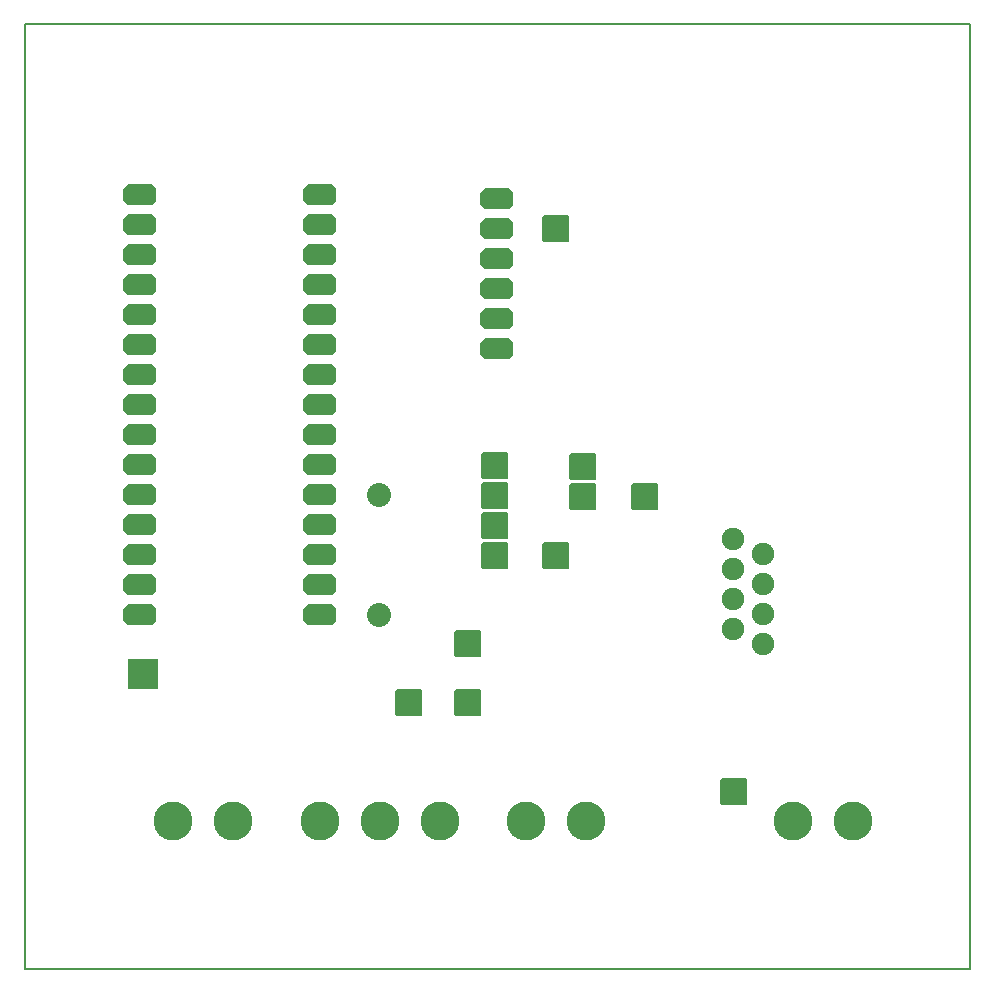
<source format=gbr>
G04 PROTEUS GERBER X2 FILE*
%TF.GenerationSoftware,Labcenter,Proteus,8.10-SP3-Build29560*%
%TF.CreationDate,2022-03-23T18:48:53+00:00*%
%TF.FileFunction,Soldermask,Bot*%
%TF.FilePolarity,Negative*%
%TF.Part,Single*%
%TF.SameCoordinates,{eb7d761e-84b3-45e6-87e7-5047ee7461e7}*%
%FSLAX45Y45*%
%MOMM*%
G01*
%AMPPAD013*
4,1,8,
-1.397000,-0.509800,
-1.397000,0.509800,
-1.017800,0.889000,
1.017800,0.889000,
1.397000,0.509800,
1.397000,-0.509800,
1.017800,-0.889000,
-1.017800,-0.889000,
-1.397000,-0.509800,
0*%
%TA.AperFunction,Material*%
%ADD21PPAD013*%
%TA.AperFunction,Material*%
%ADD22C,2.032000*%
%AMPPAD015*
4,1,36,
-1.143000,-1.016000,
-1.143000,1.016000,
-1.140470,1.041970,
-1.133200,1.065980,
-1.121650,1.087580,
-1.106290,1.106290,
-1.087570,1.121650,
-1.065980,1.133200,
-1.041970,1.140470,
-1.016000,1.143000,
1.016000,1.143000,
1.041970,1.140470,
1.065980,1.133200,
1.087570,1.121650,
1.106290,1.106290,
1.121650,1.087580,
1.133200,1.065980,
1.140470,1.041970,
1.143000,1.016000,
1.143000,-1.016000,
1.140470,-1.041970,
1.133200,-1.065980,
1.121650,-1.087580,
1.106290,-1.106290,
1.087570,-1.121650,
1.065980,-1.133200,
1.041970,-1.140470,
1.016000,-1.143000,
-1.016000,-1.143000,
-1.041970,-1.140470,
-1.065980,-1.133200,
-1.087570,-1.121650,
-1.106290,-1.106290,
-1.121650,-1.087580,
-1.133200,-1.065980,
-1.140470,-1.041970,
-1.143000,-1.016000,
0*%
%TA.AperFunction,Material*%
%ADD23PPAD015*%
%TA.AperFunction,Material*%
%ADD24C,3.302000*%
%TA.AperFunction,Material*%
%ADD25C,1.905000*%
%AMPPAD018*
4,1,36,
-1.143000,1.270000,
1.143000,1.270000,
1.168970,1.267470,
1.192980,1.260200,
1.214580,1.248650,
1.233290,1.233290,
1.248650,1.214570,
1.260200,1.192980,
1.267470,1.168970,
1.270000,1.143000,
1.270000,-1.143000,
1.267470,-1.168970,
1.260200,-1.192980,
1.248650,-1.214570,
1.233290,-1.233290,
1.214580,-1.248650,
1.192980,-1.260200,
1.168970,-1.267470,
1.143000,-1.270000,
-1.143000,-1.270000,
-1.168970,-1.267470,
-1.192980,-1.260200,
-1.214580,-1.248650,
-1.233290,-1.233290,
-1.248650,-1.214570,
-1.260200,-1.192980,
-1.267470,-1.168970,
-1.270000,-1.143000,
-1.270000,1.143000,
-1.267470,1.168970,
-1.260200,1.192980,
-1.248650,1.214570,
-1.233290,1.233290,
-1.214580,1.248650,
-1.192980,1.260200,
-1.168970,1.267470,
-1.143000,1.270000,
0*%
%TA.AperFunction,Material*%
%ADD26PPAD018*%
%AMPPAD019*
4,1,36,
-1.016000,1.143000,
1.016000,1.143000,
1.041970,1.140470,
1.065980,1.133200,
1.087580,1.121650,
1.106290,1.106290,
1.121650,1.087570,
1.133200,1.065980,
1.140470,1.041970,
1.143000,1.016000,
1.143000,-1.016000,
1.140470,-1.041970,
1.133200,-1.065980,
1.121650,-1.087570,
1.106290,-1.106290,
1.087580,-1.121650,
1.065980,-1.133200,
1.041970,-1.140470,
1.016000,-1.143000,
-1.016000,-1.143000,
-1.041970,-1.140470,
-1.065980,-1.133200,
-1.087580,-1.121650,
-1.106290,-1.106290,
-1.121650,-1.087570,
-1.133200,-1.065980,
-1.140470,-1.041970,
-1.143000,-1.016000,
-1.143000,1.016000,
-1.140470,1.041970,
-1.133200,1.065980,
-1.121650,1.087570,
-1.106290,1.106290,
-1.087580,1.121650,
-1.065980,1.133200,
-1.041970,1.140470,
-1.016000,1.143000,
0*%
%TA.AperFunction,Material*%
%ADD27PPAD019*%
%TA.AperFunction,Profile*%
%ADD16C,0.203200*%
%TD.AperFunction*%
D21*
X-10250000Y+6250000D03*
X-10250000Y+6504000D03*
X-10250000Y+6758000D03*
X-10250000Y+7012000D03*
X-10250000Y+7266000D03*
X-10250000Y+7520000D03*
X-10250000Y+7774000D03*
X-10250000Y+8028000D03*
X-10250000Y+8282000D03*
X-10250000Y+8536000D03*
X-10250000Y+8790000D03*
X-10250000Y+9044000D03*
X-10250000Y+9298000D03*
X-10250000Y+9552000D03*
X-10250000Y+9806000D03*
X-11774000Y+9806000D03*
X-11774000Y+9552000D03*
X-11774000Y+9298000D03*
X-11774000Y+9044000D03*
X-11774000Y+8790000D03*
X-11774000Y+8536000D03*
X-11774000Y+8282000D03*
X-11774000Y+8028000D03*
X-11774000Y+7774000D03*
X-11774000Y+7520000D03*
X-11774000Y+7266000D03*
X-11774000Y+7012000D03*
X-11774000Y+6758000D03*
X-11774000Y+6504000D03*
X-11774000Y+6250000D03*
X-8750000Y+8500000D03*
X-8750000Y+8754000D03*
X-8750000Y+9008000D03*
X-8750000Y+9262000D03*
X-8750000Y+9516000D03*
X-8750000Y+9770000D03*
D22*
X-9750000Y+6250000D03*
X-9750000Y+7266000D03*
D23*
X-8771000Y+6746000D03*
X-8771000Y+7000000D03*
X-8771000Y+7254000D03*
X-8771000Y+7508000D03*
D24*
X-6250000Y+4500000D03*
X-5742000Y+4500000D03*
X-11500000Y+4500000D03*
X-10992000Y+4500000D03*
X-8000000Y+4500000D03*
X-8508000Y+4500000D03*
X-9234000Y+4500000D03*
X-9742000Y+4500000D03*
X-10250000Y+4500000D03*
D23*
X-8021000Y+7246000D03*
X-8021000Y+7500000D03*
D25*
X-6500000Y+6000000D03*
X-6754000Y+6127000D03*
X-6500000Y+6254000D03*
X-6754000Y+6381000D03*
X-6500000Y+6508000D03*
X-6754000Y+6635000D03*
X-6500000Y+6762000D03*
X-6754000Y+6889000D03*
D26*
X-11750000Y+5750000D03*
D27*
X-9500000Y+5500000D03*
X-8250000Y+9516000D03*
X-9000000Y+5500000D03*
X-9000000Y+6000000D03*
X-7500000Y+7250000D03*
X-6750000Y+4750000D03*
X-8250000Y+6750000D03*
D16*
X-12750000Y+3250000D02*
X-4750000Y+3250000D01*
X-4750000Y+11250000D01*
X-12750000Y+11250000D01*
X-12750000Y+3250000D01*
M02*

</source>
